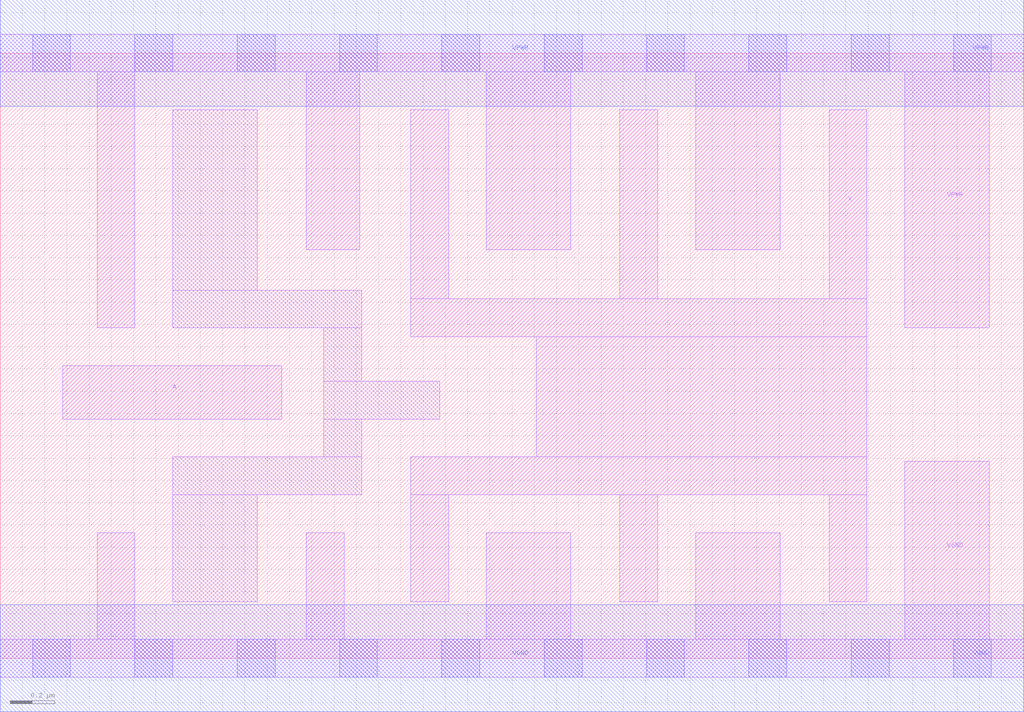
<source format=lef>
# Copyright 2020 The SkyWater PDK Authors
#
# Licensed under the Apache License, Version 2.0 (the "License");
# you may not use this file except in compliance with the License.
# You may obtain a copy of the License at
#
#     https://www.apache.org/licenses/LICENSE-2.0
#
# Unless required by applicable law or agreed to in writing, software
# distributed under the License is distributed on an "AS IS" BASIS,
# WITHOUT WARRANTIES OR CONDITIONS OF ANY KIND, either express or implied.
# See the License for the specific language governing permissions and
# limitations under the License.
#
# SPDX-License-Identifier: Apache-2.0

VERSION 5.7 ;
  NOWIREEXTENSIONATPIN ON ;
  DIVIDERCHAR "/" ;
  BUSBITCHARS "[]" ;
UNITS
  DATABASE MICRONS 200 ;
END UNITS
PROPERTYDEFINITIONS
  MACRO maskLayoutSubType STRING ;
  MACRO prCellType STRING ;
  MACRO originalViewName STRING ;
END PROPERTYDEFINITIONS
MACRO sky130_fd_sc_hdll__buf_6
  CLASS CORE ;
  FOREIGN sky130_fd_sc_hdll__buf_6 ;
  ORIGIN  0.000000  0.000000 ;
  SIZE  4.600000 BY  2.720000 ;
  SYMMETRY X Y R90 ;
  SITE unithd ;
  PIN A
    ANTENNAGATEAREA  0.555000 ;
    DIRECTION INPUT ;
    USE SIGNAL ;
    PORT
      LAYER li1 ;
        RECT 0.280000 1.075000 1.265000 1.315000 ;
    END
  END A
  PIN X
    ANTENNADIFFAREA  1.526500 ;
    DIRECTION OUTPUT ;
    USE SIGNAL ;
    PORT
      LAYER li1 ;
        RECT 1.845000 0.255000 2.015000 0.735000 ;
        RECT 1.845000 0.735000 3.895000 0.905000 ;
        RECT 1.845000 1.445000 3.895000 1.615000 ;
        RECT 1.845000 1.615000 2.015000 2.465000 ;
        RECT 2.410000 0.905000 3.895000 1.445000 ;
        RECT 2.785000 0.255000 2.955000 0.735000 ;
        RECT 2.785000 1.615000 2.955000 2.465000 ;
        RECT 3.725000 0.255000 3.895000 0.735000 ;
        RECT 3.725000 1.615000 3.895000 2.465000 ;
    END
  END X
  PIN VGND
    DIRECTION INOUT ;
    USE GROUND ;
    PORT
      LAYER li1 ;
        RECT 0.000000 -0.085000 4.600000 0.085000 ;
        RECT 0.435000  0.085000 0.605000 0.565000 ;
        RECT 1.375000  0.085000 1.545000 0.565000 ;
        RECT 2.185000  0.085000 2.565000 0.565000 ;
        RECT 3.125000  0.085000 3.505000 0.565000 ;
        RECT 4.065000  0.085000 4.445000 0.885000 ;
      LAYER mcon ;
        RECT 0.145000 -0.085000 0.315000 0.085000 ;
        RECT 0.605000 -0.085000 0.775000 0.085000 ;
        RECT 1.065000 -0.085000 1.235000 0.085000 ;
        RECT 1.525000 -0.085000 1.695000 0.085000 ;
        RECT 1.985000 -0.085000 2.155000 0.085000 ;
        RECT 2.445000 -0.085000 2.615000 0.085000 ;
        RECT 2.905000 -0.085000 3.075000 0.085000 ;
        RECT 3.365000 -0.085000 3.535000 0.085000 ;
        RECT 3.825000 -0.085000 3.995000 0.085000 ;
        RECT 4.285000 -0.085000 4.455000 0.085000 ;
    END
    PORT
      LAYER met1 ;
        RECT 0.000000 -0.240000 4.600000 0.240000 ;
    END
  END VGND
  PIN VPWR
    DIRECTION INOUT ;
    USE POWER ;
    PORT
      LAYER li1 ;
        RECT 0.000000 2.635000 4.600000 2.805000 ;
        RECT 0.435000 1.485000 0.605000 2.635000 ;
        RECT 1.375000 1.835000 1.615000 2.635000 ;
        RECT 2.185000 1.835000 2.565000 2.635000 ;
        RECT 3.125000 1.835000 3.505000 2.635000 ;
        RECT 4.065000 1.485000 4.445000 2.635000 ;
      LAYER mcon ;
        RECT 0.145000 2.635000 0.315000 2.805000 ;
        RECT 0.605000 2.635000 0.775000 2.805000 ;
        RECT 1.065000 2.635000 1.235000 2.805000 ;
        RECT 1.525000 2.635000 1.695000 2.805000 ;
        RECT 1.985000 2.635000 2.155000 2.805000 ;
        RECT 2.445000 2.635000 2.615000 2.805000 ;
        RECT 2.905000 2.635000 3.075000 2.805000 ;
        RECT 3.365000 2.635000 3.535000 2.805000 ;
        RECT 3.825000 2.635000 3.995000 2.805000 ;
        RECT 4.285000 2.635000 4.455000 2.805000 ;
    END
    PORT
      LAYER met1 ;
        RECT 0.000000 2.480000 4.600000 2.960000 ;
    END
  END VPWR
  OBS
    LAYER li1 ;
      RECT 0.775000 0.255000 1.155000 0.735000 ;
      RECT 0.775000 0.735000 1.625000 0.905000 ;
      RECT 0.775000 1.485000 1.625000 1.655000 ;
      RECT 0.775000 1.655000 1.155000 2.465000 ;
      RECT 1.455000 0.905000 1.625000 1.075000 ;
      RECT 1.455000 1.075000 1.975000 1.245000 ;
      RECT 1.455000 1.245000 1.625000 1.485000 ;
  END
  PROPERTY maskLayoutSubType "abstract" ;
  PROPERTY prCellType "standard" ;
  PROPERTY originalViewName "layout" ;
END sky130_fd_sc_hdll__buf_6
END LIBRARY

</source>
